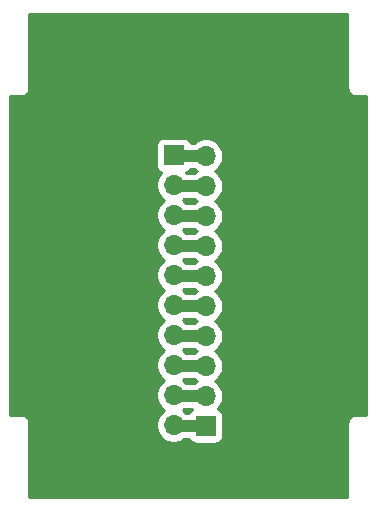
<source format=gbr>
%TF.GenerationSoftware,KiCad,Pcbnew,(5.1.8)-1*%
%TF.CreationDate,2021-12-10T09:13:36+01:00*%
%TF.ProjectId,FirePlaceRoof,46697265-506c-4616-9365-526f6f662e6b,rev?*%
%TF.SameCoordinates,Original*%
%TF.FileFunction,Copper,L1,Top*%
%TF.FilePolarity,Positive*%
%FSLAX46Y46*%
G04 Gerber Fmt 4.6, Leading zero omitted, Abs format (unit mm)*
G04 Created by KiCad (PCBNEW (5.1.8)-1) date 2021-12-10 09:13:36*
%MOMM*%
%LPD*%
G01*
G04 APERTURE LIST*
%TA.AperFunction,ComponentPad*%
%ADD10O,1.700000X1.700000*%
%TD*%
%TA.AperFunction,ComponentPad*%
%ADD11R,1.700000X1.700000*%
%TD*%
%TA.AperFunction,Conductor*%
%ADD12C,1.000000*%
%TD*%
%TA.AperFunction,NonConductor*%
%ADD13C,0.254000*%
%TD*%
%TA.AperFunction,NonConductor*%
%ADD14C,0.100000*%
%TD*%
G04 APERTURE END LIST*
D10*
%TO.P,K2,10*%
%TO.N,Net-(K1-Pad1)*%
X69718910Y-57110829D03*
%TO.P,K2,9*%
%TO.N,Net-(K1-Pad2)*%
X69718910Y-54570829D03*
%TO.P,K2,8*%
%TO.N,Net-(K1-Pad3)*%
X69718910Y-52030829D03*
%TO.P,K2,7*%
%TO.N,Net-(K1-Pad4)*%
X69718910Y-49490829D03*
%TO.P,K2,6*%
%TO.N,Net-(K1-Pad5)*%
X69718910Y-46950829D03*
%TO.P,K2,5*%
%TO.N,Net-(K1-Pad6)*%
X69718910Y-44410829D03*
%TO.P,K2,4*%
%TO.N,Net-(K1-Pad7)*%
X69718910Y-41870829D03*
%TO.P,K2,3*%
%TO.N,Net-(K1-Pad8)*%
X69718910Y-39330829D03*
%TO.P,K2,2*%
%TO.N,Net-(K1-Pad9)*%
X69718910Y-36790829D03*
D11*
%TO.P,K2,1*%
%TO.N,Net-(K1-Pad10)*%
X69718910Y-34250829D03*
%TD*%
D10*
%TO.P,K1,10*%
%TO.N,Net-(K1-Pad10)*%
X72449410Y-34314329D03*
%TO.P,K1,9*%
%TO.N,Net-(K1-Pad9)*%
X72449410Y-36854329D03*
%TO.P,K1,8*%
%TO.N,Net-(K1-Pad8)*%
X72449410Y-39394329D03*
%TO.P,K1,7*%
%TO.N,Net-(K1-Pad7)*%
X72449410Y-41934329D03*
%TO.P,K1,6*%
%TO.N,Net-(K1-Pad6)*%
X72449410Y-44474329D03*
%TO.P,K1,5*%
%TO.N,Net-(K1-Pad5)*%
X72449410Y-47014329D03*
%TO.P,K1,4*%
%TO.N,Net-(K1-Pad4)*%
X72449410Y-49554329D03*
%TO.P,K1,3*%
%TO.N,Net-(K1-Pad3)*%
X72449410Y-52094329D03*
%TO.P,K1,2*%
%TO.N,Net-(K1-Pad2)*%
X72449410Y-54634329D03*
D11*
%TO.P,K1,1*%
%TO.N,Net-(K1-Pad1)*%
X72449410Y-57174329D03*
%TD*%
D12*
%TO.N,Net-(K1-Pad10)*%
X69655410Y-34314329D02*
X72449410Y-34314329D01*
%TO.N,Net-(K1-Pad9)*%
X72449410Y-36854329D02*
X69655410Y-36854329D01*
%TO.N,Net-(K1-Pad8)*%
X69655410Y-39394329D02*
X72449410Y-39394329D01*
%TO.N,Net-(K1-Pad7)*%
X72449410Y-41934329D02*
X69655410Y-41934329D01*
%TO.N,Net-(K1-Pad6)*%
X69655410Y-44474329D02*
X72449410Y-44474329D01*
%TO.N,Net-(K1-Pad5)*%
X72449410Y-47014329D02*
X69655410Y-47014329D01*
%TO.N,Net-(K1-Pad4)*%
X69655410Y-49554329D02*
X72449410Y-49554329D01*
%TO.N,Net-(K1-Pad3)*%
X72449410Y-52094329D02*
X69655410Y-52094329D01*
%TO.N,Net-(K1-Pad2)*%
X69655410Y-54634329D02*
X72449410Y-54634329D01*
%TO.N,Net-(K1-Pad1)*%
X72449410Y-57174329D02*
X69655410Y-57174329D01*
%TD*%
D13*
X84442410Y-28486224D02*
X84438854Y-28522329D01*
X84453045Y-28666414D01*
X84495073Y-28804962D01*
X84563323Y-28932649D01*
X84655172Y-29044567D01*
X84767090Y-29136416D01*
X84894777Y-29204666D01*
X85033325Y-29246694D01*
X85177410Y-29260885D01*
X85213515Y-29257329D01*
X86042411Y-29257329D01*
X86042410Y-56217329D01*
X85213515Y-56217329D01*
X85177410Y-56213773D01*
X85141305Y-56217329D01*
X85033325Y-56227964D01*
X84894777Y-56269992D01*
X84767090Y-56338242D01*
X84655172Y-56430091D01*
X84563323Y-56542009D01*
X84495073Y-56669696D01*
X84453045Y-56808244D01*
X84438854Y-56952329D01*
X84442411Y-56988444D01*
X84442410Y-63217329D01*
X57512410Y-63217329D01*
X57512410Y-56988433D01*
X57515966Y-56952329D01*
X57501775Y-56808244D01*
X57459747Y-56669696D01*
X57391497Y-56542009D01*
X57299648Y-56430091D01*
X57187730Y-56338242D01*
X57060043Y-56269992D01*
X56921495Y-56227964D01*
X56813515Y-56217329D01*
X56777410Y-56213773D01*
X56741305Y-56217329D01*
X55912410Y-56217329D01*
X55912410Y-33400829D01*
X68230838Y-33400829D01*
X68230838Y-35100829D01*
X68243098Y-35225311D01*
X68279408Y-35345009D01*
X68338373Y-35455323D01*
X68417725Y-35552014D01*
X68514416Y-35631366D01*
X68624730Y-35690331D01*
X68697290Y-35712342D01*
X68565435Y-35844197D01*
X68402920Y-36087418D01*
X68290978Y-36357671D01*
X68233910Y-36644569D01*
X68233910Y-36937089D01*
X68290978Y-37223987D01*
X68402920Y-37494240D01*
X68565435Y-37737461D01*
X68772278Y-37944304D01*
X68946670Y-38060829D01*
X68772278Y-38177354D01*
X68565435Y-38384197D01*
X68402920Y-38627418D01*
X68290978Y-38897671D01*
X68233910Y-39184569D01*
X68233910Y-39477089D01*
X68290978Y-39763987D01*
X68402920Y-40034240D01*
X68565435Y-40277461D01*
X68772278Y-40484304D01*
X68946670Y-40600829D01*
X68772278Y-40717354D01*
X68565435Y-40924197D01*
X68402920Y-41167418D01*
X68290978Y-41437671D01*
X68233910Y-41724569D01*
X68233910Y-42017089D01*
X68290978Y-42303987D01*
X68402920Y-42574240D01*
X68565435Y-42817461D01*
X68772278Y-43024304D01*
X68946670Y-43140829D01*
X68772278Y-43257354D01*
X68565435Y-43464197D01*
X68402920Y-43707418D01*
X68290978Y-43977671D01*
X68233910Y-44264569D01*
X68233910Y-44557089D01*
X68290978Y-44843987D01*
X68402920Y-45114240D01*
X68565435Y-45357461D01*
X68772278Y-45564304D01*
X68946670Y-45680829D01*
X68772278Y-45797354D01*
X68565435Y-46004197D01*
X68402920Y-46247418D01*
X68290978Y-46517671D01*
X68233910Y-46804569D01*
X68233910Y-47097089D01*
X68290978Y-47383987D01*
X68402920Y-47654240D01*
X68565435Y-47897461D01*
X68772278Y-48104304D01*
X68946670Y-48220829D01*
X68772278Y-48337354D01*
X68565435Y-48544197D01*
X68402920Y-48787418D01*
X68290978Y-49057671D01*
X68233910Y-49344569D01*
X68233910Y-49637089D01*
X68290978Y-49923987D01*
X68402920Y-50194240D01*
X68565435Y-50437461D01*
X68772278Y-50644304D01*
X68946670Y-50760829D01*
X68772278Y-50877354D01*
X68565435Y-51084197D01*
X68402920Y-51327418D01*
X68290978Y-51597671D01*
X68233910Y-51884569D01*
X68233910Y-52177089D01*
X68290978Y-52463987D01*
X68402920Y-52734240D01*
X68565435Y-52977461D01*
X68772278Y-53184304D01*
X68946670Y-53300829D01*
X68772278Y-53417354D01*
X68565435Y-53624197D01*
X68402920Y-53867418D01*
X68290978Y-54137671D01*
X68233910Y-54424569D01*
X68233910Y-54717089D01*
X68290978Y-55003987D01*
X68402920Y-55274240D01*
X68565435Y-55517461D01*
X68772278Y-55724304D01*
X68946670Y-55840829D01*
X68772278Y-55957354D01*
X68565435Y-56164197D01*
X68402920Y-56407418D01*
X68290978Y-56677671D01*
X68233910Y-56964569D01*
X68233910Y-57257089D01*
X68290978Y-57543987D01*
X68402920Y-57814240D01*
X68565435Y-58057461D01*
X68772278Y-58264304D01*
X69015499Y-58426819D01*
X69285752Y-58538761D01*
X69572650Y-58595829D01*
X69865170Y-58595829D01*
X70152068Y-58538761D01*
X70422321Y-58426819D01*
X70598157Y-58309329D01*
X71031727Y-58309329D01*
X71068873Y-58378823D01*
X71148225Y-58475514D01*
X71244916Y-58554866D01*
X71355230Y-58613831D01*
X71474928Y-58650141D01*
X71599410Y-58662401D01*
X73299410Y-58662401D01*
X73423892Y-58650141D01*
X73543590Y-58613831D01*
X73653904Y-58554866D01*
X73750595Y-58475514D01*
X73829947Y-58378823D01*
X73888912Y-58268509D01*
X73925222Y-58148811D01*
X73937482Y-58024329D01*
X73937482Y-56324329D01*
X73925222Y-56199847D01*
X73888912Y-56080149D01*
X73829947Y-55969835D01*
X73750595Y-55873144D01*
X73653904Y-55793792D01*
X73543590Y-55734827D01*
X73471030Y-55712816D01*
X73602885Y-55580961D01*
X73765400Y-55337740D01*
X73877342Y-55067487D01*
X73934410Y-54780589D01*
X73934410Y-54488069D01*
X73877342Y-54201171D01*
X73765400Y-53930918D01*
X73602885Y-53687697D01*
X73396042Y-53480854D01*
X73221650Y-53364329D01*
X73396042Y-53247804D01*
X73602885Y-53040961D01*
X73765400Y-52797740D01*
X73877342Y-52527487D01*
X73934410Y-52240589D01*
X73934410Y-51948069D01*
X73877342Y-51661171D01*
X73765400Y-51390918D01*
X73602885Y-51147697D01*
X73396042Y-50940854D01*
X73221650Y-50824329D01*
X73396042Y-50707804D01*
X73602885Y-50500961D01*
X73765400Y-50257740D01*
X73877342Y-49987487D01*
X73934410Y-49700589D01*
X73934410Y-49408069D01*
X73877342Y-49121171D01*
X73765400Y-48850918D01*
X73602885Y-48607697D01*
X73396042Y-48400854D01*
X73221650Y-48284329D01*
X73396042Y-48167804D01*
X73602885Y-47960961D01*
X73765400Y-47717740D01*
X73877342Y-47447487D01*
X73934410Y-47160589D01*
X73934410Y-46868069D01*
X73877342Y-46581171D01*
X73765400Y-46310918D01*
X73602885Y-46067697D01*
X73396042Y-45860854D01*
X73221650Y-45744329D01*
X73396042Y-45627804D01*
X73602885Y-45420961D01*
X73765400Y-45177740D01*
X73877342Y-44907487D01*
X73934410Y-44620589D01*
X73934410Y-44328069D01*
X73877342Y-44041171D01*
X73765400Y-43770918D01*
X73602885Y-43527697D01*
X73396042Y-43320854D01*
X73221650Y-43204329D01*
X73396042Y-43087804D01*
X73602885Y-42880961D01*
X73765400Y-42637740D01*
X73877342Y-42367487D01*
X73934410Y-42080589D01*
X73934410Y-41788069D01*
X73877342Y-41501171D01*
X73765400Y-41230918D01*
X73602885Y-40987697D01*
X73396042Y-40780854D01*
X73221650Y-40664329D01*
X73396042Y-40547804D01*
X73602885Y-40340961D01*
X73765400Y-40097740D01*
X73877342Y-39827487D01*
X73934410Y-39540589D01*
X73934410Y-39248069D01*
X73877342Y-38961171D01*
X73765400Y-38690918D01*
X73602885Y-38447697D01*
X73396042Y-38240854D01*
X73221650Y-38124329D01*
X73396042Y-38007804D01*
X73602885Y-37800961D01*
X73765400Y-37557740D01*
X73877342Y-37287487D01*
X73934410Y-37000589D01*
X73934410Y-36708069D01*
X73877342Y-36421171D01*
X73765400Y-36150918D01*
X73602885Y-35907697D01*
X73396042Y-35700854D01*
X73221650Y-35584329D01*
X73396042Y-35467804D01*
X73602885Y-35260961D01*
X73765400Y-35017740D01*
X73877342Y-34747487D01*
X73934410Y-34460589D01*
X73934410Y-34168069D01*
X73877342Y-33881171D01*
X73765400Y-33610918D01*
X73602885Y-33367697D01*
X73396042Y-33160854D01*
X73152821Y-32998339D01*
X72882568Y-32886397D01*
X72595670Y-32829329D01*
X72303150Y-32829329D01*
X72016252Y-32886397D01*
X71745999Y-32998339D01*
X71502778Y-33160854D01*
X71484303Y-33179329D01*
X71165292Y-33179329D01*
X71158412Y-33156649D01*
X71099447Y-33046335D01*
X71020095Y-32949644D01*
X70923404Y-32870292D01*
X70813090Y-32811327D01*
X70693392Y-32775017D01*
X70568910Y-32762757D01*
X68868910Y-32762757D01*
X68744428Y-32775017D01*
X68624730Y-32811327D01*
X68514416Y-32870292D01*
X68417725Y-32949644D01*
X68338373Y-33046335D01*
X68279408Y-33156649D01*
X68243098Y-33276347D01*
X68230838Y-33400829D01*
X55912410Y-33400829D01*
X55912410Y-29257329D01*
X56741305Y-29257329D01*
X56777410Y-29260885D01*
X56813515Y-29257329D01*
X56921495Y-29246694D01*
X57060043Y-29204666D01*
X57187730Y-29136416D01*
X57299648Y-29044567D01*
X57391497Y-28932649D01*
X57459747Y-28804962D01*
X57501775Y-28666414D01*
X57515966Y-28522329D01*
X57512410Y-28486224D01*
X57512410Y-22257329D01*
X84442411Y-22257329D01*
X84442410Y-28486224D01*
%TA.AperFunction,NonConductor*%
D14*
G36*
X84442410Y-28486224D02*
G01*
X84438854Y-28522329D01*
X84453045Y-28666414D01*
X84495073Y-28804962D01*
X84563323Y-28932649D01*
X84655172Y-29044567D01*
X84767090Y-29136416D01*
X84894777Y-29204666D01*
X85033325Y-29246694D01*
X85177410Y-29260885D01*
X85213515Y-29257329D01*
X86042411Y-29257329D01*
X86042410Y-56217329D01*
X85213515Y-56217329D01*
X85177410Y-56213773D01*
X85141305Y-56217329D01*
X85033325Y-56227964D01*
X84894777Y-56269992D01*
X84767090Y-56338242D01*
X84655172Y-56430091D01*
X84563323Y-56542009D01*
X84495073Y-56669696D01*
X84453045Y-56808244D01*
X84438854Y-56952329D01*
X84442411Y-56988444D01*
X84442410Y-63217329D01*
X57512410Y-63217329D01*
X57512410Y-56988433D01*
X57515966Y-56952329D01*
X57501775Y-56808244D01*
X57459747Y-56669696D01*
X57391497Y-56542009D01*
X57299648Y-56430091D01*
X57187730Y-56338242D01*
X57060043Y-56269992D01*
X56921495Y-56227964D01*
X56813515Y-56217329D01*
X56777410Y-56213773D01*
X56741305Y-56217329D01*
X55912410Y-56217329D01*
X55912410Y-33400829D01*
X68230838Y-33400829D01*
X68230838Y-35100829D01*
X68243098Y-35225311D01*
X68279408Y-35345009D01*
X68338373Y-35455323D01*
X68417725Y-35552014D01*
X68514416Y-35631366D01*
X68624730Y-35690331D01*
X68697290Y-35712342D01*
X68565435Y-35844197D01*
X68402920Y-36087418D01*
X68290978Y-36357671D01*
X68233910Y-36644569D01*
X68233910Y-36937089D01*
X68290978Y-37223987D01*
X68402920Y-37494240D01*
X68565435Y-37737461D01*
X68772278Y-37944304D01*
X68946670Y-38060829D01*
X68772278Y-38177354D01*
X68565435Y-38384197D01*
X68402920Y-38627418D01*
X68290978Y-38897671D01*
X68233910Y-39184569D01*
X68233910Y-39477089D01*
X68290978Y-39763987D01*
X68402920Y-40034240D01*
X68565435Y-40277461D01*
X68772278Y-40484304D01*
X68946670Y-40600829D01*
X68772278Y-40717354D01*
X68565435Y-40924197D01*
X68402920Y-41167418D01*
X68290978Y-41437671D01*
X68233910Y-41724569D01*
X68233910Y-42017089D01*
X68290978Y-42303987D01*
X68402920Y-42574240D01*
X68565435Y-42817461D01*
X68772278Y-43024304D01*
X68946670Y-43140829D01*
X68772278Y-43257354D01*
X68565435Y-43464197D01*
X68402920Y-43707418D01*
X68290978Y-43977671D01*
X68233910Y-44264569D01*
X68233910Y-44557089D01*
X68290978Y-44843987D01*
X68402920Y-45114240D01*
X68565435Y-45357461D01*
X68772278Y-45564304D01*
X68946670Y-45680829D01*
X68772278Y-45797354D01*
X68565435Y-46004197D01*
X68402920Y-46247418D01*
X68290978Y-46517671D01*
X68233910Y-46804569D01*
X68233910Y-47097089D01*
X68290978Y-47383987D01*
X68402920Y-47654240D01*
X68565435Y-47897461D01*
X68772278Y-48104304D01*
X68946670Y-48220829D01*
X68772278Y-48337354D01*
X68565435Y-48544197D01*
X68402920Y-48787418D01*
X68290978Y-49057671D01*
X68233910Y-49344569D01*
X68233910Y-49637089D01*
X68290978Y-49923987D01*
X68402920Y-50194240D01*
X68565435Y-50437461D01*
X68772278Y-50644304D01*
X68946670Y-50760829D01*
X68772278Y-50877354D01*
X68565435Y-51084197D01*
X68402920Y-51327418D01*
X68290978Y-51597671D01*
X68233910Y-51884569D01*
X68233910Y-52177089D01*
X68290978Y-52463987D01*
X68402920Y-52734240D01*
X68565435Y-52977461D01*
X68772278Y-53184304D01*
X68946670Y-53300829D01*
X68772278Y-53417354D01*
X68565435Y-53624197D01*
X68402920Y-53867418D01*
X68290978Y-54137671D01*
X68233910Y-54424569D01*
X68233910Y-54717089D01*
X68290978Y-55003987D01*
X68402920Y-55274240D01*
X68565435Y-55517461D01*
X68772278Y-55724304D01*
X68946670Y-55840829D01*
X68772278Y-55957354D01*
X68565435Y-56164197D01*
X68402920Y-56407418D01*
X68290978Y-56677671D01*
X68233910Y-56964569D01*
X68233910Y-57257089D01*
X68290978Y-57543987D01*
X68402920Y-57814240D01*
X68565435Y-58057461D01*
X68772278Y-58264304D01*
X69015499Y-58426819D01*
X69285752Y-58538761D01*
X69572650Y-58595829D01*
X69865170Y-58595829D01*
X70152068Y-58538761D01*
X70422321Y-58426819D01*
X70598157Y-58309329D01*
X71031727Y-58309329D01*
X71068873Y-58378823D01*
X71148225Y-58475514D01*
X71244916Y-58554866D01*
X71355230Y-58613831D01*
X71474928Y-58650141D01*
X71599410Y-58662401D01*
X73299410Y-58662401D01*
X73423892Y-58650141D01*
X73543590Y-58613831D01*
X73653904Y-58554866D01*
X73750595Y-58475514D01*
X73829947Y-58378823D01*
X73888912Y-58268509D01*
X73925222Y-58148811D01*
X73937482Y-58024329D01*
X73937482Y-56324329D01*
X73925222Y-56199847D01*
X73888912Y-56080149D01*
X73829947Y-55969835D01*
X73750595Y-55873144D01*
X73653904Y-55793792D01*
X73543590Y-55734827D01*
X73471030Y-55712816D01*
X73602885Y-55580961D01*
X73765400Y-55337740D01*
X73877342Y-55067487D01*
X73934410Y-54780589D01*
X73934410Y-54488069D01*
X73877342Y-54201171D01*
X73765400Y-53930918D01*
X73602885Y-53687697D01*
X73396042Y-53480854D01*
X73221650Y-53364329D01*
X73396042Y-53247804D01*
X73602885Y-53040961D01*
X73765400Y-52797740D01*
X73877342Y-52527487D01*
X73934410Y-52240589D01*
X73934410Y-51948069D01*
X73877342Y-51661171D01*
X73765400Y-51390918D01*
X73602885Y-51147697D01*
X73396042Y-50940854D01*
X73221650Y-50824329D01*
X73396042Y-50707804D01*
X73602885Y-50500961D01*
X73765400Y-50257740D01*
X73877342Y-49987487D01*
X73934410Y-49700589D01*
X73934410Y-49408069D01*
X73877342Y-49121171D01*
X73765400Y-48850918D01*
X73602885Y-48607697D01*
X73396042Y-48400854D01*
X73221650Y-48284329D01*
X73396042Y-48167804D01*
X73602885Y-47960961D01*
X73765400Y-47717740D01*
X73877342Y-47447487D01*
X73934410Y-47160589D01*
X73934410Y-46868069D01*
X73877342Y-46581171D01*
X73765400Y-46310918D01*
X73602885Y-46067697D01*
X73396042Y-45860854D01*
X73221650Y-45744329D01*
X73396042Y-45627804D01*
X73602885Y-45420961D01*
X73765400Y-45177740D01*
X73877342Y-44907487D01*
X73934410Y-44620589D01*
X73934410Y-44328069D01*
X73877342Y-44041171D01*
X73765400Y-43770918D01*
X73602885Y-43527697D01*
X73396042Y-43320854D01*
X73221650Y-43204329D01*
X73396042Y-43087804D01*
X73602885Y-42880961D01*
X73765400Y-42637740D01*
X73877342Y-42367487D01*
X73934410Y-42080589D01*
X73934410Y-41788069D01*
X73877342Y-41501171D01*
X73765400Y-41230918D01*
X73602885Y-40987697D01*
X73396042Y-40780854D01*
X73221650Y-40664329D01*
X73396042Y-40547804D01*
X73602885Y-40340961D01*
X73765400Y-40097740D01*
X73877342Y-39827487D01*
X73934410Y-39540589D01*
X73934410Y-39248069D01*
X73877342Y-38961171D01*
X73765400Y-38690918D01*
X73602885Y-38447697D01*
X73396042Y-38240854D01*
X73221650Y-38124329D01*
X73396042Y-38007804D01*
X73602885Y-37800961D01*
X73765400Y-37557740D01*
X73877342Y-37287487D01*
X73934410Y-37000589D01*
X73934410Y-36708069D01*
X73877342Y-36421171D01*
X73765400Y-36150918D01*
X73602885Y-35907697D01*
X73396042Y-35700854D01*
X73221650Y-35584329D01*
X73396042Y-35467804D01*
X73602885Y-35260961D01*
X73765400Y-35017740D01*
X73877342Y-34747487D01*
X73934410Y-34460589D01*
X73934410Y-34168069D01*
X73877342Y-33881171D01*
X73765400Y-33610918D01*
X73602885Y-33367697D01*
X73396042Y-33160854D01*
X73152821Y-32998339D01*
X72882568Y-32886397D01*
X72595670Y-32829329D01*
X72303150Y-32829329D01*
X72016252Y-32886397D01*
X71745999Y-32998339D01*
X71502778Y-33160854D01*
X71484303Y-33179329D01*
X71165292Y-33179329D01*
X71158412Y-33156649D01*
X71099447Y-33046335D01*
X71020095Y-32949644D01*
X70923404Y-32870292D01*
X70813090Y-32811327D01*
X70693392Y-32775017D01*
X70568910Y-32762757D01*
X68868910Y-32762757D01*
X68744428Y-32775017D01*
X68624730Y-32811327D01*
X68514416Y-32870292D01*
X68417725Y-32949644D01*
X68338373Y-33046335D01*
X68279408Y-33156649D01*
X68243098Y-33276347D01*
X68230838Y-33400829D01*
X55912410Y-33400829D01*
X55912410Y-29257329D01*
X56741305Y-29257329D01*
X56777410Y-29260885D01*
X56813515Y-29257329D01*
X56921495Y-29246694D01*
X57060043Y-29204666D01*
X57187730Y-29136416D01*
X57299648Y-29044567D01*
X57391497Y-28932649D01*
X57459747Y-28804962D01*
X57501775Y-28666414D01*
X57515966Y-28522329D01*
X57512410Y-28486224D01*
X57512410Y-22257329D01*
X84442411Y-22257329D01*
X84442410Y-28486224D01*
G37*
%TD.AperFunction*%
D13*
X71244916Y-55793792D02*
X71148225Y-55873144D01*
X71068873Y-55969835D01*
X71031727Y-56039329D01*
X70747517Y-56039329D01*
X70665542Y-55957354D01*
X70491150Y-55840829D01*
X70598157Y-55769329D01*
X71290682Y-55769329D01*
X71244916Y-55793792D01*
%TA.AperFunction,NonConductor*%
D14*
G36*
X71244916Y-55793792D02*
G01*
X71148225Y-55873144D01*
X71068873Y-55969835D01*
X71031727Y-56039329D01*
X70747517Y-56039329D01*
X70665542Y-55957354D01*
X70491150Y-55840829D01*
X70598157Y-55769329D01*
X71290682Y-55769329D01*
X71244916Y-55793792D01*
G37*
%TD.AperFunction*%
D13*
X71502778Y-53247804D02*
X71677170Y-53364329D01*
X71502778Y-53480854D01*
X71484303Y-53499329D01*
X70747517Y-53499329D01*
X70665542Y-53417354D01*
X70491150Y-53300829D01*
X70598157Y-53229329D01*
X71484303Y-53229329D01*
X71502778Y-53247804D01*
%TA.AperFunction,NonConductor*%
D14*
G36*
X71502778Y-53247804D02*
G01*
X71677170Y-53364329D01*
X71502778Y-53480854D01*
X71484303Y-53499329D01*
X70747517Y-53499329D01*
X70665542Y-53417354D01*
X70491150Y-53300829D01*
X70598157Y-53229329D01*
X71484303Y-53229329D01*
X71502778Y-53247804D01*
G37*
%TD.AperFunction*%
D13*
X71502778Y-50707804D02*
X71677170Y-50824329D01*
X71502778Y-50940854D01*
X71484303Y-50959329D01*
X70747517Y-50959329D01*
X70665542Y-50877354D01*
X70491150Y-50760829D01*
X70598157Y-50689329D01*
X71484303Y-50689329D01*
X71502778Y-50707804D01*
%TA.AperFunction,NonConductor*%
D14*
G36*
X71502778Y-50707804D02*
G01*
X71677170Y-50824329D01*
X71502778Y-50940854D01*
X71484303Y-50959329D01*
X70747517Y-50959329D01*
X70665542Y-50877354D01*
X70491150Y-50760829D01*
X70598157Y-50689329D01*
X71484303Y-50689329D01*
X71502778Y-50707804D01*
G37*
%TD.AperFunction*%
D13*
X71502778Y-48167804D02*
X71677170Y-48284329D01*
X71502778Y-48400854D01*
X71484303Y-48419329D01*
X70747517Y-48419329D01*
X70665542Y-48337354D01*
X70491150Y-48220829D01*
X70598157Y-48149329D01*
X71484303Y-48149329D01*
X71502778Y-48167804D01*
%TA.AperFunction,NonConductor*%
D14*
G36*
X71502778Y-48167804D02*
G01*
X71677170Y-48284329D01*
X71502778Y-48400854D01*
X71484303Y-48419329D01*
X70747517Y-48419329D01*
X70665542Y-48337354D01*
X70491150Y-48220829D01*
X70598157Y-48149329D01*
X71484303Y-48149329D01*
X71502778Y-48167804D01*
G37*
%TD.AperFunction*%
D13*
X71502778Y-45627804D02*
X71677170Y-45744329D01*
X71502778Y-45860854D01*
X71484303Y-45879329D01*
X70747517Y-45879329D01*
X70665542Y-45797354D01*
X70491150Y-45680829D01*
X70598157Y-45609329D01*
X71484303Y-45609329D01*
X71502778Y-45627804D01*
%TA.AperFunction,NonConductor*%
D14*
G36*
X71502778Y-45627804D02*
G01*
X71677170Y-45744329D01*
X71502778Y-45860854D01*
X71484303Y-45879329D01*
X70747517Y-45879329D01*
X70665542Y-45797354D01*
X70491150Y-45680829D01*
X70598157Y-45609329D01*
X71484303Y-45609329D01*
X71502778Y-45627804D01*
G37*
%TD.AperFunction*%
D13*
X71502778Y-43087804D02*
X71677170Y-43204329D01*
X71502778Y-43320854D01*
X71484303Y-43339329D01*
X70747517Y-43339329D01*
X70665542Y-43257354D01*
X70491150Y-43140829D01*
X70598157Y-43069329D01*
X71484303Y-43069329D01*
X71502778Y-43087804D01*
%TA.AperFunction,NonConductor*%
D14*
G36*
X71502778Y-43087804D02*
G01*
X71677170Y-43204329D01*
X71502778Y-43320854D01*
X71484303Y-43339329D01*
X70747517Y-43339329D01*
X70665542Y-43257354D01*
X70491150Y-43140829D01*
X70598157Y-43069329D01*
X71484303Y-43069329D01*
X71502778Y-43087804D01*
G37*
%TD.AperFunction*%
D13*
X71502778Y-40547804D02*
X71677170Y-40664329D01*
X71502778Y-40780854D01*
X71484303Y-40799329D01*
X70747517Y-40799329D01*
X70665542Y-40717354D01*
X70491150Y-40600829D01*
X70598157Y-40529329D01*
X71484303Y-40529329D01*
X71502778Y-40547804D01*
%TA.AperFunction,NonConductor*%
D14*
G36*
X71502778Y-40547804D02*
G01*
X71677170Y-40664329D01*
X71502778Y-40780854D01*
X71484303Y-40799329D01*
X70747517Y-40799329D01*
X70665542Y-40717354D01*
X70491150Y-40600829D01*
X70598157Y-40529329D01*
X71484303Y-40529329D01*
X71502778Y-40547804D01*
G37*
%TD.AperFunction*%
D13*
X71502778Y-38007804D02*
X71677170Y-38124329D01*
X71502778Y-38240854D01*
X71484303Y-38259329D01*
X70747517Y-38259329D01*
X70665542Y-38177354D01*
X70491150Y-38060829D01*
X70598157Y-37989329D01*
X71484303Y-37989329D01*
X71502778Y-38007804D01*
%TA.AperFunction,NonConductor*%
D14*
G36*
X71502778Y-38007804D02*
G01*
X71677170Y-38124329D01*
X71502778Y-38240854D01*
X71484303Y-38259329D01*
X70747517Y-38259329D01*
X70665542Y-38177354D01*
X70491150Y-38060829D01*
X70598157Y-37989329D01*
X71484303Y-37989329D01*
X71502778Y-38007804D01*
G37*
%TD.AperFunction*%
D13*
X71502778Y-35467804D02*
X71677170Y-35584329D01*
X71502778Y-35700854D01*
X71484303Y-35719329D01*
X70747517Y-35719329D01*
X70740530Y-35712342D01*
X70813090Y-35690331D01*
X70923404Y-35631366D01*
X71020095Y-35552014D01*
X71099447Y-35455323D01*
X71102651Y-35449329D01*
X71484303Y-35449329D01*
X71502778Y-35467804D01*
%TA.AperFunction,NonConductor*%
D14*
G36*
X71502778Y-35467804D02*
G01*
X71677170Y-35584329D01*
X71502778Y-35700854D01*
X71484303Y-35719329D01*
X70747517Y-35719329D01*
X70740530Y-35712342D01*
X70813090Y-35690331D01*
X70923404Y-35631366D01*
X71020095Y-35552014D01*
X71099447Y-35455323D01*
X71102651Y-35449329D01*
X71484303Y-35449329D01*
X71502778Y-35467804D01*
G37*
%TD.AperFunction*%
M02*

</source>
